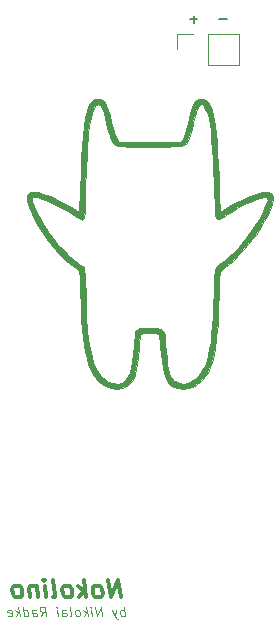
<source format=gbr>
G04 #@! TF.GenerationSoftware,KiCad,Pcbnew,5.1.5-52549c5~84~ubuntu18.04.1*
G04 #@! TF.CreationDate,2020-01-25T11:43:56+01:00*
G04 #@! TF.ProjectId,Nokolino,4e6f6b6f-6c69-46e6-9f2e-6b696361645f,3.0*
G04 #@! TF.SameCoordinates,Original*
G04 #@! TF.FileFunction,Legend,Bot*
G04 #@! TF.FilePolarity,Positive*
%FSLAX46Y46*%
G04 Gerber Fmt 4.6, Leading zero omitted, Abs format (unit mm)*
G04 Created by KiCad (PCBNEW 5.1.5-52549c5~84~ubuntu18.04.1) date 2020-01-25 11:43:56*
%MOMM*%
%LPD*%
G04 APERTURE LIST*
%ADD10C,0.100000*%
%ADD11C,0.300000*%
%ADD12C,0.200000*%
%ADD13C,0.010000*%
%ADD14C,0.120000*%
G04 APERTURE END LIST*
D10*
X164411696Y-139426904D02*
X164311696Y-138626904D01*
X164349791Y-138931666D02*
X164268839Y-138893571D01*
X164116458Y-138893571D01*
X164045029Y-138931666D01*
X164011696Y-138969761D01*
X163983125Y-139045952D01*
X164011696Y-139274523D01*
X164059315Y-139350714D01*
X164102172Y-139388809D01*
X164183125Y-139426904D01*
X164335505Y-139426904D01*
X164406934Y-139388809D01*
X163697410Y-138893571D02*
X163573601Y-139426904D01*
X163316458Y-138893571D02*
X163573601Y-139426904D01*
X163673601Y-139617380D01*
X163716458Y-139655476D01*
X163797410Y-139693571D01*
X162468839Y-139426904D02*
X162368839Y-138626904D01*
X162011696Y-139426904D01*
X161911696Y-138626904D01*
X161630744Y-139426904D02*
X161564077Y-138893571D01*
X161530744Y-138626904D02*
X161573601Y-138665000D01*
X161540267Y-138703095D01*
X161497410Y-138665000D01*
X161530744Y-138626904D01*
X161540267Y-138703095D01*
X161249791Y-139426904D02*
X161149791Y-138626904D01*
X161135505Y-139122142D02*
X160945029Y-139426904D01*
X160878363Y-138893571D02*
X161221220Y-139198333D01*
X160487886Y-139426904D02*
X160559315Y-139388809D01*
X160592648Y-139350714D01*
X160621220Y-139274523D01*
X160592648Y-139045952D01*
X160545029Y-138969761D01*
X160502172Y-138931666D01*
X160421220Y-138893571D01*
X160306934Y-138893571D01*
X160235505Y-138931666D01*
X160202172Y-138969761D01*
X160173601Y-139045952D01*
X160202172Y-139274523D01*
X160249791Y-139350714D01*
X160292648Y-139388809D01*
X160373601Y-139426904D01*
X160487886Y-139426904D01*
X159764077Y-139426904D02*
X159835505Y-139388809D01*
X159864077Y-139312619D01*
X159778363Y-138626904D01*
X159116458Y-139426904D02*
X159064077Y-139007857D01*
X159092648Y-138931666D01*
X159164077Y-138893571D01*
X159316458Y-138893571D01*
X159397410Y-138931666D01*
X159111696Y-139388809D02*
X159192648Y-139426904D01*
X159383125Y-139426904D01*
X159454553Y-139388809D01*
X159483125Y-139312619D01*
X159473601Y-139236428D01*
X159425982Y-139160238D01*
X159345029Y-139122142D01*
X159154553Y-139122142D01*
X159073601Y-139084047D01*
X158735505Y-139426904D02*
X158668839Y-138893571D01*
X158635505Y-138626904D02*
X158678363Y-138665000D01*
X158645029Y-138703095D01*
X158602172Y-138665000D01*
X158635505Y-138626904D01*
X158645029Y-138703095D01*
X157287886Y-139426904D02*
X157506934Y-139045952D01*
X157745029Y-139426904D02*
X157645029Y-138626904D01*
X157340267Y-138626904D01*
X157268839Y-138665000D01*
X157235505Y-138703095D01*
X157206934Y-138779285D01*
X157221220Y-138893571D01*
X157268839Y-138969761D01*
X157311696Y-139007857D01*
X157392648Y-139045952D01*
X157697410Y-139045952D01*
X156602172Y-139426904D02*
X156549791Y-139007857D01*
X156578363Y-138931666D01*
X156649791Y-138893571D01*
X156802172Y-138893571D01*
X156883125Y-138931666D01*
X156597410Y-139388809D02*
X156678363Y-139426904D01*
X156868839Y-139426904D01*
X156940267Y-139388809D01*
X156968839Y-139312619D01*
X156959315Y-139236428D01*
X156911696Y-139160238D01*
X156830744Y-139122142D01*
X156640267Y-139122142D01*
X156559315Y-139084047D01*
X155878363Y-139426904D02*
X155778363Y-138626904D01*
X155873601Y-139388809D02*
X155954553Y-139426904D01*
X156106934Y-139426904D01*
X156178363Y-139388809D01*
X156211696Y-139350714D01*
X156240267Y-139274523D01*
X156211696Y-139045952D01*
X156164077Y-138969761D01*
X156121220Y-138931666D01*
X156040267Y-138893571D01*
X155887886Y-138893571D01*
X155816458Y-138931666D01*
X155497410Y-139426904D02*
X155397410Y-138626904D01*
X155383125Y-139122142D02*
X155192648Y-139426904D01*
X155125982Y-138893571D02*
X155468839Y-139198333D01*
X154540267Y-139388809D02*
X154621220Y-139426904D01*
X154773601Y-139426904D01*
X154845029Y-139388809D01*
X154873601Y-139312619D01*
X154835505Y-139007857D01*
X154787886Y-138931666D01*
X154706934Y-138893571D01*
X154554553Y-138893571D01*
X154483125Y-138931666D01*
X154454553Y-139007857D01*
X154464077Y-139084047D01*
X154854553Y-139160238D01*
D11*
X164056071Y-137838571D02*
X163868571Y-136338571D01*
X163198928Y-137838571D01*
X163011428Y-136338571D01*
X162270357Y-137838571D02*
X162404285Y-137767142D01*
X162466785Y-137695714D01*
X162520357Y-137552857D01*
X162466785Y-137124285D01*
X162377500Y-136981428D01*
X162297142Y-136910000D01*
X162145357Y-136838571D01*
X161931071Y-136838571D01*
X161797142Y-136910000D01*
X161734642Y-136981428D01*
X161681071Y-137124285D01*
X161734642Y-137552857D01*
X161823928Y-137695714D01*
X161904285Y-137767142D01*
X162056071Y-137838571D01*
X162270357Y-137838571D01*
X161127500Y-137838571D02*
X160940000Y-136338571D01*
X160913214Y-137267142D02*
X160556071Y-137838571D01*
X160431071Y-136838571D02*
X161073928Y-137410000D01*
X159698928Y-137838571D02*
X159832857Y-137767142D01*
X159895357Y-137695714D01*
X159948928Y-137552857D01*
X159895357Y-137124285D01*
X159806071Y-136981428D01*
X159725714Y-136910000D01*
X159573928Y-136838571D01*
X159359642Y-136838571D01*
X159225714Y-136910000D01*
X159163214Y-136981428D01*
X159109642Y-137124285D01*
X159163214Y-137552857D01*
X159252500Y-137695714D01*
X159332857Y-137767142D01*
X159484642Y-137838571D01*
X159698928Y-137838571D01*
X158341785Y-137838571D02*
X158475714Y-137767142D01*
X158529285Y-137624285D01*
X158368571Y-136338571D01*
X157770357Y-137838571D02*
X157645357Y-136838571D01*
X157582857Y-136338571D02*
X157663214Y-136410000D01*
X157600714Y-136481428D01*
X157520357Y-136410000D01*
X157582857Y-136338571D01*
X157600714Y-136481428D01*
X156931071Y-136838571D02*
X157056071Y-137838571D01*
X156948928Y-136981428D02*
X156868571Y-136910000D01*
X156716785Y-136838571D01*
X156502500Y-136838571D01*
X156368571Y-136910000D01*
X156315000Y-137052857D01*
X156413214Y-137838571D01*
X155484642Y-137838571D02*
X155618571Y-137767142D01*
X155681071Y-137695714D01*
X155734642Y-137552857D01*
X155681071Y-137124285D01*
X155591785Y-136981428D01*
X155511428Y-136910000D01*
X155359642Y-136838571D01*
X155145357Y-136838571D01*
X155011428Y-136910000D01*
X154948928Y-136981428D01*
X154895357Y-137124285D01*
X154948928Y-137552857D01*
X155038214Y-137695714D01*
X155118571Y-137767142D01*
X155270357Y-137838571D01*
X155484642Y-137838571D01*
D12*
X170237142Y-88595238D02*
X170237142Y-89204761D01*
X170541904Y-88900000D02*
X169932380Y-88900000D01*
X172415238Y-88842857D02*
X173024761Y-88842857D01*
D13*
G36*
X162425176Y-95664586D02*
G01*
X162655795Y-95837909D01*
X162850801Y-96143396D01*
X163019688Y-96594641D01*
X163129398Y-97012902D01*
X163275252Y-97631849D01*
X163394012Y-98107474D01*
X163492544Y-98462346D01*
X163577713Y-98719036D01*
X163656383Y-98900114D01*
X163735420Y-99028151D01*
X163746908Y-99043132D01*
X163910023Y-99250499D01*
X166522399Y-99250500D01*
X169134776Y-99250500D01*
X169296625Y-99044742D01*
X169385030Y-98874621D01*
X169489954Y-98586100D01*
X169595163Y-98226915D01*
X169649333Y-98007575D01*
X169806586Y-97345217D01*
X169942187Y-96829046D01*
X170063143Y-96438359D01*
X170176461Y-96152451D01*
X170289147Y-95950620D01*
X170384742Y-95834582D01*
X170671412Y-95639755D01*
X170966581Y-95612406D01*
X171259426Y-95751783D01*
X171422040Y-95906543D01*
X171562740Y-96094558D01*
X171688020Y-96326973D01*
X171799322Y-96615085D01*
X171898092Y-96970190D01*
X171985772Y-97403583D01*
X172063807Y-97926560D01*
X172133642Y-98550417D01*
X172196719Y-99286450D01*
X172254483Y-100145954D01*
X172308378Y-101140226D01*
X172359847Y-102280561D01*
X172410336Y-103578254D01*
X172413365Y-103661372D01*
X172470569Y-105235911D01*
X172904318Y-104943342D01*
X173389315Y-104641257D01*
X173929104Y-104346956D01*
X174490941Y-104074487D01*
X175042084Y-103837894D01*
X175549787Y-103651225D01*
X175981309Y-103528524D01*
X176303905Y-103483838D01*
X176306679Y-103483833D01*
X176629545Y-103539194D01*
X176834009Y-103710998D01*
X176927976Y-104007827D01*
X176936400Y-104167477D01*
X176891747Y-104407743D01*
X176767031Y-104760529D01*
X176576116Y-105197461D01*
X176332865Y-105690164D01*
X176051142Y-106210264D01*
X175744811Y-106729385D01*
X175491619Y-107124500D01*
X175210777Y-107510479D01*
X174854805Y-107947687D01*
X174451429Y-108406858D01*
X174028374Y-108858723D01*
X173613366Y-109274018D01*
X173234130Y-109623475D01*
X172918391Y-109877828D01*
X172821510Y-109943034D01*
X172614317Y-110086753D01*
X172501712Y-110229430D01*
X172443833Y-110437306D01*
X172420079Y-110610101D01*
X172397797Y-110880476D01*
X172379221Y-111264947D01*
X172366535Y-111708281D01*
X172362057Y-112077500D01*
X172335692Y-113420251D01*
X172268055Y-114660240D01*
X172160674Y-115786452D01*
X172015076Y-116787869D01*
X171832789Y-117653475D01*
X171615340Y-118372254D01*
X171428126Y-118812305D01*
X171220154Y-119118033D01*
X170908219Y-119447161D01*
X170542477Y-119752942D01*
X170173084Y-119988627D01*
X170157206Y-119996822D01*
X169759875Y-120133486D01*
X169312182Y-120185277D01*
X168881813Y-120149930D01*
X168579943Y-120049563D01*
X168271906Y-119818281D01*
X167990706Y-119480423D01*
X167790203Y-119104457D01*
X167701958Y-118801431D01*
X167614803Y-118364015D01*
X167533937Y-117827107D01*
X167464555Y-117225601D01*
X167411857Y-116594391D01*
X167408328Y-116540713D01*
X167375143Y-116102536D01*
X167338738Y-115806583D01*
X167293864Y-115625759D01*
X167235274Y-115532967D01*
X167209815Y-115515896D01*
X167075570Y-115488947D01*
X166831877Y-115471670D01*
X166528871Y-115464075D01*
X166216686Y-115466171D01*
X165945457Y-115477969D01*
X165765316Y-115499477D01*
X165723065Y-115515612D01*
X165703436Y-115609009D01*
X165675379Y-115839226D01*
X165642280Y-116174163D01*
X165607527Y-116581719D01*
X165598789Y-116693646D01*
X165534070Y-117446319D01*
X165463993Y-118053739D01*
X165383147Y-118539987D01*
X165286123Y-118929143D01*
X165167510Y-119245288D01*
X165021898Y-119512502D01*
X164938158Y-119634089D01*
X164604654Y-119950742D01*
X164176603Y-120145234D01*
X163686384Y-120207490D01*
X163266609Y-120154216D01*
X162715610Y-119936958D01*
X162222353Y-119570616D01*
X161800320Y-119069553D01*
X161462995Y-118448131D01*
X161327705Y-118088833D01*
X161176742Y-117583237D01*
X161050641Y-117055717D01*
X160946595Y-116483432D01*
X160861798Y-115843538D01*
X160793442Y-115113194D01*
X160738722Y-114269557D01*
X160694828Y-113289785D01*
X160677954Y-112801278D01*
X160655399Y-112157215D01*
X160631043Y-111568692D01*
X160606053Y-111056773D01*
X160581600Y-110642525D01*
X160558851Y-110347015D01*
X160538977Y-110191307D01*
X160532111Y-110172902D01*
X160440792Y-110103281D01*
X160246681Y-109956785D01*
X159982495Y-109758074D01*
X159802725Y-109623118D01*
X159099635Y-109017407D01*
X158401119Y-108264724D01*
X157724135Y-107386979D01*
X157085641Y-106406080D01*
X156525210Y-105388833D01*
X156256652Y-104791271D01*
X156113006Y-104307146D01*
X156105700Y-104161309D01*
X156531733Y-104161309D01*
X156576211Y-104367868D01*
X156699912Y-104687164D01*
X156888242Y-105090969D01*
X157126601Y-105551055D01*
X157400394Y-106039193D01*
X157695024Y-106527154D01*
X157983023Y-106967912D01*
X158342596Y-107453750D01*
X158768153Y-107964078D01*
X159228191Y-108466114D01*
X159691204Y-108927075D01*
X160125688Y-109314179D01*
X160500137Y-109594644D01*
X160519008Y-109606732D01*
X160992616Y-109906783D01*
X161048175Y-110814812D01*
X161073562Y-111326085D01*
X161093180Y-111903631D01*
X161103903Y-112448114D01*
X161104988Y-112619837D01*
X161138426Y-113998405D01*
X161233456Y-115274514D01*
X161388136Y-116431969D01*
X161600526Y-117454574D01*
X161746506Y-117970409D01*
X162020665Y-118601059D01*
X162403640Y-119114718D01*
X162885186Y-119498422D01*
X163007479Y-119566245D01*
X163400230Y-119704019D01*
X163804043Y-119737648D01*
X164164600Y-119667283D01*
X164354344Y-119562496D01*
X164550752Y-119372655D01*
X164712004Y-119129378D01*
X164843460Y-118812851D01*
X164950480Y-118403260D01*
X165038426Y-117880791D01*
X165112657Y-117225630D01*
X165168790Y-116552109D01*
X165203433Y-116125446D01*
X165239368Y-115752752D01*
X165272685Y-115470408D01*
X165299475Y-115314800D01*
X165302912Y-115304049D01*
X165443028Y-115165576D01*
X165730579Y-115067712D01*
X166147741Y-115014131D01*
X166676692Y-115008506D01*
X166727717Y-115010418D01*
X167119781Y-115034173D01*
X167398430Y-115085303D01*
X167585384Y-115189786D01*
X167702361Y-115373600D01*
X167771081Y-115662723D01*
X167813263Y-116083133D01*
X167829789Y-116328604D01*
X167878419Y-116938723D01*
X167943632Y-117530571D01*
X168020519Y-118072715D01*
X168104171Y-118533721D01*
X168189677Y-118882158D01*
X168256220Y-119058930D01*
X168405640Y-119274077D01*
X168611400Y-119491006D01*
X168642521Y-119518081D01*
X168981049Y-119701250D01*
X169368594Y-119745117D01*
X169779610Y-119662410D01*
X170188551Y-119465861D01*
X170569870Y-119168199D01*
X170898023Y-118782155D01*
X171147461Y-118320458D01*
X171172009Y-118257594D01*
X171329061Y-117801506D01*
X171462427Y-117327351D01*
X171574598Y-116815394D01*
X171668065Y-116245900D01*
X171745320Y-115599133D01*
X171808855Y-114855358D01*
X171861160Y-113994840D01*
X171904727Y-112997842D01*
X171929962Y-112253643D01*
X171951668Y-111571476D01*
X171970949Y-111038649D01*
X171989818Y-110635226D01*
X172010287Y-110341271D01*
X172034369Y-110136850D01*
X172064075Y-110002027D01*
X172101419Y-109916866D01*
X172148412Y-109861433D01*
X172173542Y-109840643D01*
X172323199Y-109727988D01*
X172563392Y-109550305D01*
X172847579Y-109341986D01*
X172909876Y-109296556D01*
X173498533Y-108800658D01*
X174104020Y-108166121D01*
X174705841Y-107419472D01*
X175283501Y-106587240D01*
X175816506Y-105695954D01*
X176084835Y-105186927D01*
X176304834Y-104730828D01*
X176441111Y-104398727D01*
X176498323Y-104170184D01*
X176481128Y-104024757D01*
X176394181Y-103942005D01*
X176370776Y-103931916D01*
X176188573Y-103929998D01*
X175887855Y-104004023D01*
X175494961Y-104142238D01*
X175036230Y-104332886D01*
X174538000Y-104564212D01*
X174026610Y-104824460D01*
X173528398Y-105101874D01*
X173069702Y-105384698D01*
X172975341Y-105447401D01*
X172611677Y-105680838D01*
X172358573Y-105804961D01*
X172195393Y-105817514D01*
X172101498Y-105716239D01*
X172056254Y-105498880D01*
X172045414Y-105345707D01*
X172036518Y-105151469D01*
X172021562Y-104811392D01*
X172001548Y-104348823D01*
X171977478Y-103787109D01*
X171950352Y-103149597D01*
X171921173Y-102459635D01*
X171898363Y-101917500D01*
X171846799Y-100801826D01*
X171791709Y-99841970D01*
X171731609Y-99024430D01*
X171665018Y-98335702D01*
X171590453Y-97762284D01*
X171506431Y-97290673D01*
X171411470Y-96907366D01*
X171318232Y-96633773D01*
X171150467Y-96279490D01*
X170990396Y-96089757D01*
X170831865Y-96060357D01*
X170668722Y-96187073D01*
X170667871Y-96188108D01*
X170572447Y-96325483D01*
X170487923Y-96503609D01*
X170405227Y-96751247D01*
X170315285Y-97097156D01*
X170209023Y-97570094D01*
X170161880Y-97791942D01*
X170000194Y-98448485D01*
X169821786Y-98966689D01*
X169630965Y-99336140D01*
X169437693Y-99542786D01*
X169360388Y-99579632D01*
X169241261Y-99609051D01*
X169062583Y-99631832D01*
X168806627Y-99648765D01*
X168455663Y-99660639D01*
X167991963Y-99668243D01*
X167397800Y-99672367D01*
X166655445Y-99673800D01*
X166494463Y-99673833D01*
X165738348Y-99673369D01*
X165133017Y-99671277D01*
X164659923Y-99666504D01*
X164300518Y-99657997D01*
X164036253Y-99644705D01*
X163848581Y-99625574D01*
X163718954Y-99599553D01*
X163628825Y-99565589D01*
X163559644Y-99522629D01*
X163537978Y-99506085D01*
X163385523Y-99348453D01*
X163249701Y-99117800D01*
X163121796Y-98791238D01*
X162993091Y-98345882D01*
X162854868Y-97758846D01*
X162831516Y-97651309D01*
X162733725Y-97231762D01*
X162630102Y-96844832D01*
X162533944Y-96537244D01*
X162467374Y-96371833D01*
X162304852Y-96143766D01*
X162140330Y-96076883D01*
X161977464Y-96163132D01*
X161819909Y-96394456D01*
X161671320Y-96762803D01*
X161535351Y-97260118D01*
X161415657Y-97878347D01*
X161315895Y-98609436D01*
X161276307Y-98996500D01*
X161244893Y-99395605D01*
X161210700Y-99929564D01*
X161175250Y-100563953D01*
X161140063Y-101264347D01*
X161106661Y-101996322D01*
X161076564Y-102725452D01*
X161051293Y-103417314D01*
X161032369Y-104037483D01*
X161021314Y-104551534D01*
X161019066Y-104818846D01*
X161012840Y-105263927D01*
X160990480Y-105564991D01*
X160946469Y-105747021D01*
X160875286Y-105835001D01*
X160790262Y-105854499D01*
X160668707Y-105809935D01*
X160445040Y-105690152D01*
X160156582Y-105516018D01*
X159973820Y-105398024D01*
X159470046Y-105084192D01*
X158930617Y-104781306D01*
X158385101Y-104502967D01*
X157863067Y-104262780D01*
X157394081Y-104074349D01*
X157007714Y-103951277D01*
X156733532Y-103907166D01*
X156733319Y-103907166D01*
X156588750Y-103936665D01*
X156536065Y-104058586D01*
X156531733Y-104161309D01*
X156105700Y-104161309D01*
X156094383Y-103935443D01*
X156200896Y-103675147D01*
X156432660Y-103525242D01*
X156737286Y-103483833D01*
X157074524Y-103529552D01*
X157520612Y-103657951D01*
X158044784Y-103855895D01*
X158616271Y-104110247D01*
X159204307Y-104407872D01*
X159778125Y-104735634D01*
X160011667Y-104881814D01*
X160570602Y-105242160D01*
X160628837Y-103325830D01*
X160676922Y-101944687D01*
X160733234Y-100724676D01*
X160799363Y-99657729D01*
X160876900Y-98735773D01*
X160967436Y-97950739D01*
X161072560Y-97294557D01*
X161193863Y-96759156D01*
X161332935Y-96336466D01*
X161491368Y-96018416D01*
X161670751Y-95796936D01*
X161872675Y-95663956D01*
X162098731Y-95611405D01*
X162149447Y-95609833D01*
X162425176Y-95664586D01*
G37*
X162425176Y-95664586D02*
X162655795Y-95837909D01*
X162850801Y-96143396D01*
X163019688Y-96594641D01*
X163129398Y-97012902D01*
X163275252Y-97631849D01*
X163394012Y-98107474D01*
X163492544Y-98462346D01*
X163577713Y-98719036D01*
X163656383Y-98900114D01*
X163735420Y-99028151D01*
X163746908Y-99043132D01*
X163910023Y-99250499D01*
X166522399Y-99250500D01*
X169134776Y-99250500D01*
X169296625Y-99044742D01*
X169385030Y-98874621D01*
X169489954Y-98586100D01*
X169595163Y-98226915D01*
X169649333Y-98007575D01*
X169806586Y-97345217D01*
X169942187Y-96829046D01*
X170063143Y-96438359D01*
X170176461Y-96152451D01*
X170289147Y-95950620D01*
X170384742Y-95834582D01*
X170671412Y-95639755D01*
X170966581Y-95612406D01*
X171259426Y-95751783D01*
X171422040Y-95906543D01*
X171562740Y-96094558D01*
X171688020Y-96326973D01*
X171799322Y-96615085D01*
X171898092Y-96970190D01*
X171985772Y-97403583D01*
X172063807Y-97926560D01*
X172133642Y-98550417D01*
X172196719Y-99286450D01*
X172254483Y-100145954D01*
X172308378Y-101140226D01*
X172359847Y-102280561D01*
X172410336Y-103578254D01*
X172413365Y-103661372D01*
X172470569Y-105235911D01*
X172904318Y-104943342D01*
X173389315Y-104641257D01*
X173929104Y-104346956D01*
X174490941Y-104074487D01*
X175042084Y-103837894D01*
X175549787Y-103651225D01*
X175981309Y-103528524D01*
X176303905Y-103483838D01*
X176306679Y-103483833D01*
X176629545Y-103539194D01*
X176834009Y-103710998D01*
X176927976Y-104007827D01*
X176936400Y-104167477D01*
X176891747Y-104407743D01*
X176767031Y-104760529D01*
X176576116Y-105197461D01*
X176332865Y-105690164D01*
X176051142Y-106210264D01*
X175744811Y-106729385D01*
X175491619Y-107124500D01*
X175210777Y-107510479D01*
X174854805Y-107947687D01*
X174451429Y-108406858D01*
X174028374Y-108858723D01*
X173613366Y-109274018D01*
X173234130Y-109623475D01*
X172918391Y-109877828D01*
X172821510Y-109943034D01*
X172614317Y-110086753D01*
X172501712Y-110229430D01*
X172443833Y-110437306D01*
X172420079Y-110610101D01*
X172397797Y-110880476D01*
X172379221Y-111264947D01*
X172366535Y-111708281D01*
X172362057Y-112077500D01*
X172335692Y-113420251D01*
X172268055Y-114660240D01*
X172160674Y-115786452D01*
X172015076Y-116787869D01*
X171832789Y-117653475D01*
X171615340Y-118372254D01*
X171428126Y-118812305D01*
X171220154Y-119118033D01*
X170908219Y-119447161D01*
X170542477Y-119752942D01*
X170173084Y-119988627D01*
X170157206Y-119996822D01*
X169759875Y-120133486D01*
X169312182Y-120185277D01*
X168881813Y-120149930D01*
X168579943Y-120049563D01*
X168271906Y-119818281D01*
X167990706Y-119480423D01*
X167790203Y-119104457D01*
X167701958Y-118801431D01*
X167614803Y-118364015D01*
X167533937Y-117827107D01*
X167464555Y-117225601D01*
X167411857Y-116594391D01*
X167408328Y-116540713D01*
X167375143Y-116102536D01*
X167338738Y-115806583D01*
X167293864Y-115625759D01*
X167235274Y-115532967D01*
X167209815Y-115515896D01*
X167075570Y-115488947D01*
X166831877Y-115471670D01*
X166528871Y-115464075D01*
X166216686Y-115466171D01*
X165945457Y-115477969D01*
X165765316Y-115499477D01*
X165723065Y-115515612D01*
X165703436Y-115609009D01*
X165675379Y-115839226D01*
X165642280Y-116174163D01*
X165607527Y-116581719D01*
X165598789Y-116693646D01*
X165534070Y-117446319D01*
X165463993Y-118053739D01*
X165383147Y-118539987D01*
X165286123Y-118929143D01*
X165167510Y-119245288D01*
X165021898Y-119512502D01*
X164938158Y-119634089D01*
X164604654Y-119950742D01*
X164176603Y-120145234D01*
X163686384Y-120207490D01*
X163266609Y-120154216D01*
X162715610Y-119936958D01*
X162222353Y-119570616D01*
X161800320Y-119069553D01*
X161462995Y-118448131D01*
X161327705Y-118088833D01*
X161176742Y-117583237D01*
X161050641Y-117055717D01*
X160946595Y-116483432D01*
X160861798Y-115843538D01*
X160793442Y-115113194D01*
X160738722Y-114269557D01*
X160694828Y-113289785D01*
X160677954Y-112801278D01*
X160655399Y-112157215D01*
X160631043Y-111568692D01*
X160606053Y-111056773D01*
X160581600Y-110642525D01*
X160558851Y-110347015D01*
X160538977Y-110191307D01*
X160532111Y-110172902D01*
X160440792Y-110103281D01*
X160246681Y-109956785D01*
X159982495Y-109758074D01*
X159802725Y-109623118D01*
X159099635Y-109017407D01*
X158401119Y-108264724D01*
X157724135Y-107386979D01*
X157085641Y-106406080D01*
X156525210Y-105388833D01*
X156256652Y-104791271D01*
X156113006Y-104307146D01*
X156105700Y-104161309D01*
X156531733Y-104161309D01*
X156576211Y-104367868D01*
X156699912Y-104687164D01*
X156888242Y-105090969D01*
X157126601Y-105551055D01*
X157400394Y-106039193D01*
X157695024Y-106527154D01*
X157983023Y-106967912D01*
X158342596Y-107453750D01*
X158768153Y-107964078D01*
X159228191Y-108466114D01*
X159691204Y-108927075D01*
X160125688Y-109314179D01*
X160500137Y-109594644D01*
X160519008Y-109606732D01*
X160992616Y-109906783D01*
X161048175Y-110814812D01*
X161073562Y-111326085D01*
X161093180Y-111903631D01*
X161103903Y-112448114D01*
X161104988Y-112619837D01*
X161138426Y-113998405D01*
X161233456Y-115274514D01*
X161388136Y-116431969D01*
X161600526Y-117454574D01*
X161746506Y-117970409D01*
X162020665Y-118601059D01*
X162403640Y-119114718D01*
X162885186Y-119498422D01*
X163007479Y-119566245D01*
X163400230Y-119704019D01*
X163804043Y-119737648D01*
X164164600Y-119667283D01*
X164354344Y-119562496D01*
X164550752Y-119372655D01*
X164712004Y-119129378D01*
X164843460Y-118812851D01*
X164950480Y-118403260D01*
X165038426Y-117880791D01*
X165112657Y-117225630D01*
X165168790Y-116552109D01*
X165203433Y-116125446D01*
X165239368Y-115752752D01*
X165272685Y-115470408D01*
X165299475Y-115314800D01*
X165302912Y-115304049D01*
X165443028Y-115165576D01*
X165730579Y-115067712D01*
X166147741Y-115014131D01*
X166676692Y-115008506D01*
X166727717Y-115010418D01*
X167119781Y-115034173D01*
X167398430Y-115085303D01*
X167585384Y-115189786D01*
X167702361Y-115373600D01*
X167771081Y-115662723D01*
X167813263Y-116083133D01*
X167829789Y-116328604D01*
X167878419Y-116938723D01*
X167943632Y-117530571D01*
X168020519Y-118072715D01*
X168104171Y-118533721D01*
X168189677Y-118882158D01*
X168256220Y-119058930D01*
X168405640Y-119274077D01*
X168611400Y-119491006D01*
X168642521Y-119518081D01*
X168981049Y-119701250D01*
X169368594Y-119745117D01*
X169779610Y-119662410D01*
X170188551Y-119465861D01*
X170569870Y-119168199D01*
X170898023Y-118782155D01*
X171147461Y-118320458D01*
X171172009Y-118257594D01*
X171329061Y-117801506D01*
X171462427Y-117327351D01*
X171574598Y-116815394D01*
X171668065Y-116245900D01*
X171745320Y-115599133D01*
X171808855Y-114855358D01*
X171861160Y-113994840D01*
X171904727Y-112997842D01*
X171929962Y-112253643D01*
X171951668Y-111571476D01*
X171970949Y-111038649D01*
X171989818Y-110635226D01*
X172010287Y-110341271D01*
X172034369Y-110136850D01*
X172064075Y-110002027D01*
X172101419Y-109916866D01*
X172148412Y-109861433D01*
X172173542Y-109840643D01*
X172323199Y-109727988D01*
X172563392Y-109550305D01*
X172847579Y-109341986D01*
X172909876Y-109296556D01*
X173498533Y-108800658D01*
X174104020Y-108166121D01*
X174705841Y-107419472D01*
X175283501Y-106587240D01*
X175816506Y-105695954D01*
X176084835Y-105186927D01*
X176304834Y-104730828D01*
X176441111Y-104398727D01*
X176498323Y-104170184D01*
X176481128Y-104024757D01*
X176394181Y-103942005D01*
X176370776Y-103931916D01*
X176188573Y-103929998D01*
X175887855Y-104004023D01*
X175494961Y-104142238D01*
X175036230Y-104332886D01*
X174538000Y-104564212D01*
X174026610Y-104824460D01*
X173528398Y-105101874D01*
X173069702Y-105384698D01*
X172975341Y-105447401D01*
X172611677Y-105680838D01*
X172358573Y-105804961D01*
X172195393Y-105817514D01*
X172101498Y-105716239D01*
X172056254Y-105498880D01*
X172045414Y-105345707D01*
X172036518Y-105151469D01*
X172021562Y-104811392D01*
X172001548Y-104348823D01*
X171977478Y-103787109D01*
X171950352Y-103149597D01*
X171921173Y-102459635D01*
X171898363Y-101917500D01*
X171846799Y-100801826D01*
X171791709Y-99841970D01*
X171731609Y-99024430D01*
X171665018Y-98335702D01*
X171590453Y-97762284D01*
X171506431Y-97290673D01*
X171411470Y-96907366D01*
X171318232Y-96633773D01*
X171150467Y-96279490D01*
X170990396Y-96089757D01*
X170831865Y-96060357D01*
X170668722Y-96187073D01*
X170667871Y-96188108D01*
X170572447Y-96325483D01*
X170487923Y-96503609D01*
X170405227Y-96751247D01*
X170315285Y-97097156D01*
X170209023Y-97570094D01*
X170161880Y-97791942D01*
X170000194Y-98448485D01*
X169821786Y-98966689D01*
X169630965Y-99336140D01*
X169437693Y-99542786D01*
X169360388Y-99579632D01*
X169241261Y-99609051D01*
X169062583Y-99631832D01*
X168806627Y-99648765D01*
X168455663Y-99660639D01*
X167991963Y-99668243D01*
X167397800Y-99672367D01*
X166655445Y-99673800D01*
X166494463Y-99673833D01*
X165738348Y-99673369D01*
X165133017Y-99671277D01*
X164659923Y-99666504D01*
X164300518Y-99657997D01*
X164036253Y-99644705D01*
X163848581Y-99625574D01*
X163718954Y-99599553D01*
X163628825Y-99565589D01*
X163559644Y-99522629D01*
X163537978Y-99506085D01*
X163385523Y-99348453D01*
X163249701Y-99117800D01*
X163121796Y-98791238D01*
X162993091Y-98345882D01*
X162854868Y-97758846D01*
X162831516Y-97651309D01*
X162733725Y-97231762D01*
X162630102Y-96844832D01*
X162533944Y-96537244D01*
X162467374Y-96371833D01*
X162304852Y-96143766D01*
X162140330Y-96076883D01*
X161977464Y-96163132D01*
X161819909Y-96394456D01*
X161671320Y-96762803D01*
X161535351Y-97260118D01*
X161415657Y-97878347D01*
X161315895Y-98609436D01*
X161276307Y-98996500D01*
X161244893Y-99395605D01*
X161210700Y-99929564D01*
X161175250Y-100563953D01*
X161140063Y-101264347D01*
X161106661Y-101996322D01*
X161076564Y-102725452D01*
X161051293Y-103417314D01*
X161032369Y-104037483D01*
X161021314Y-104551534D01*
X161019066Y-104818846D01*
X161012840Y-105263927D01*
X160990480Y-105564991D01*
X160946469Y-105747021D01*
X160875286Y-105835001D01*
X160790262Y-105854499D01*
X160668707Y-105809935D01*
X160445040Y-105690152D01*
X160156582Y-105516018D01*
X159973820Y-105398024D01*
X159470046Y-105084192D01*
X158930617Y-104781306D01*
X158385101Y-104502967D01*
X157863067Y-104262780D01*
X157394081Y-104074349D01*
X157007714Y-103951277D01*
X156733532Y-103907166D01*
X156733319Y-103907166D01*
X156588750Y-103936665D01*
X156536065Y-104058586D01*
X156531733Y-104161309D01*
X156105700Y-104161309D01*
X156094383Y-103935443D01*
X156200896Y-103675147D01*
X156432660Y-103525242D01*
X156737286Y-103483833D01*
X157074524Y-103529552D01*
X157520612Y-103657951D01*
X158044784Y-103855895D01*
X158616271Y-104110247D01*
X159204307Y-104407872D01*
X159778125Y-104735634D01*
X160011667Y-104881814D01*
X160570602Y-105242160D01*
X160628837Y-103325830D01*
X160676922Y-101944687D01*
X160733234Y-100724676D01*
X160799363Y-99657729D01*
X160876900Y-98735773D01*
X160967436Y-97950739D01*
X161072560Y-97294557D01*
X161193863Y-96759156D01*
X161332935Y-96336466D01*
X161491368Y-96018416D01*
X161670751Y-95796936D01*
X161872675Y-95663956D01*
X162098731Y-95611405D01*
X162149447Y-95609833D01*
X162425176Y-95664586D01*
D14*
X168850000Y-90110000D02*
X168850000Y-91440000D01*
X170180000Y-90110000D02*
X168850000Y-90110000D01*
X171450000Y-90110000D02*
X171450000Y-92770000D01*
X171450000Y-92770000D02*
X174050000Y-92770000D01*
X171450000Y-90110000D02*
X174050000Y-90110000D01*
X174050000Y-90110000D02*
X174050000Y-92770000D01*
M02*

</source>
